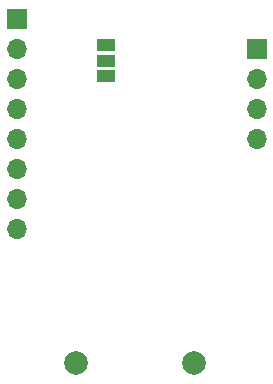
<source format=gbs>
%TF.GenerationSoftware,KiCad,Pcbnew,7.0.5*%
%TF.CreationDate,2025-04-30T23:03:42+08:00*%
%TF.ProjectId,audio-test-board,61756469-6f2d-4746-9573-742d626f6172,rev?*%
%TF.SameCoordinates,Original*%
%TF.FileFunction,Soldermask,Bot*%
%TF.FilePolarity,Negative*%
%FSLAX46Y46*%
G04 Gerber Fmt 4.6, Leading zero omitted, Abs format (unit mm)*
G04 Created by KiCad (PCBNEW 7.0.5) date 2025-04-30 23:03:42*
%MOMM*%
%LPD*%
G01*
G04 APERTURE LIST*
%ADD10C,2.000000*%
%ADD11R,1.500000X1.000000*%
%ADD12R,1.700000X1.700000*%
%ADD13O,1.700000X1.700000*%
G04 APERTURE END LIST*
D10*
%TO.C,LS1*%
X176436800Y-139197600D03*
X166436800Y-139197600D03*
%TD*%
D11*
%TO.C,JP1*%
X169036800Y-114883600D03*
X169036800Y-113583600D03*
X169036800Y-112283600D03*
%TD*%
D12*
%TO.C,J3*%
X181756800Y-112623600D03*
D13*
X181756800Y-115163600D03*
X181756800Y-117703600D03*
X181756800Y-120243600D03*
%TD*%
D12*
%TO.C,J1*%
X161436800Y-110083600D03*
D13*
X161436800Y-112623600D03*
X161436800Y-115163600D03*
X161436800Y-117703600D03*
X161436800Y-120243600D03*
X161436800Y-122783600D03*
X161436800Y-125323600D03*
X161436800Y-127863600D03*
%TD*%
M02*

</source>
